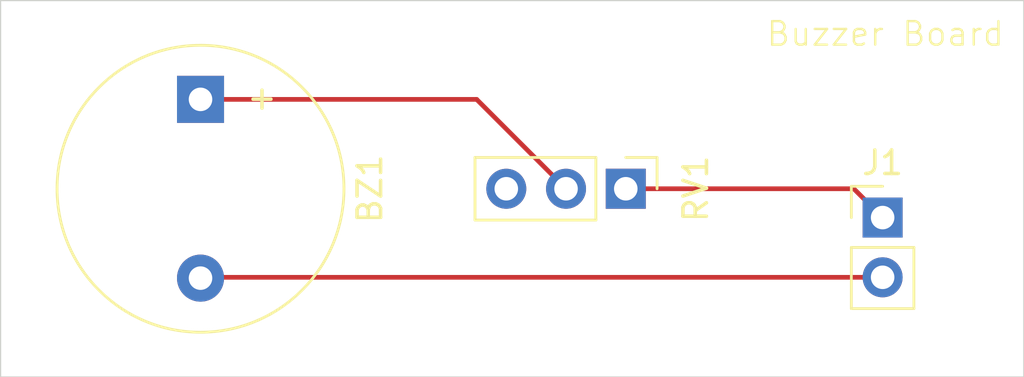
<source format=kicad_pcb>
(kicad_pcb (version 20240108) (generator "pcbnew") (generator_version "8.0")
  (layers (0 "F.Cu" signal) (31 "B.Cu" signal) (34 "B.Paste" user) (35 "F.Paste" user) (36 "B.SilkS" user "B.Silkscreen") (37 "F.SilkS" user "F.Silkscreen") (38 "B.Mask" user) (39 "F.Mask" user) (44 "Edge.Cuts" user))
  (net 0 "")
  (net 1 "GND")
  (net 2 "Net-(BZ1-+)")
  (net 3 "+5V")
  (footprint "Connector_PinHeader_2.54mm:PinHeader_1x03_P2.54mm_Vertical" (layer "F.Cu") (at 170.58 83 -90)
    (property "Reference" "RV1" (at 0 -2.975 90) (layer "F.SilkS"))
    (property "Value" "R_Potentiometer")
    (fp_line (start -1.33 6.41) (end 1.33 6.41) (stroke (width 0.12)) (layer "F.SilkS"))
    (fp_line (start -1.33 1.27) (end -1.33 6.41) (stroke (width 0.12)) (layer "F.SilkS"))
    (fp_line (start -1.33 1.27) (end 1.33 1.27) (stroke (width 0.12)) (layer "F.SilkS"))
    (fp_line (start 1.33 1.27) (end 1.33 6.41) (stroke (width 0.12)) (layer "F.SilkS"))
    (fp_line (start -1.33 0) (end -1.33 -1.33) (stroke (width 0.12)) (layer "F.SilkS"))
    (fp_line (start -1.33 -1.33) (end 0 -1.33) (stroke (width 0.12)) (layer "F.SilkS"))
    (pad "1" thru_hole rect (at 0 0 270) (size 1.7 1.7) (drill 1) (layers "*.Cu" "*.Mask") (net 3 "+5V"))
    (pad "2" thru_hole oval (at 0 2.54 270) (size 1.7 1.7) (drill 1) (layers "*.Cu" "*.Mask") (net 2 "Net-(BZ1-+)"))
    (pad "3" thru_hole oval (at 0 5.08 270) (size 1.7 1.7) (drill 1) (layers "*.Cu" "*.Mask"))
  )
  (footprint "Connector_PinHeader_2.54mm:PinHeader_1x02_P2.54mm_Vertical" (layer "F.Cu") (at 181.5 84.225)
    (property "Reference" "J1" (at 0 -2.33 0) (layer "F.SilkS"))
    (property "Value" "Conn_01x02")
    (fp_line (start -1.33 -1.33) (end 0 -1.33) (stroke (width 0.12)) (layer "F.SilkS"))
    (fp_line (start -1.33 0) (end -1.33 -1.33) (stroke (width 0.12)) (layer "F.SilkS"))
    (fp_line (start -1.33 1.27) (end -1.33 3.87) (stroke (width 0.12)) (layer "F.SilkS"))
    (fp_line (start -1.33 1.27) (end 1.33 1.27) (stroke (width 0.12)) (layer "F.SilkS"))
    (fp_line (start -1.33 3.87) (end 1.33 3.87) (stroke (width 0.12)) (layer "F.SilkS"))
    (fp_line (start 1.33 1.27) (end 1.33 3.87) (stroke (width 0.12)) (layer "F.SilkS"))
    (pad "1" thru_hole rect (at 0 0) (size 1.7 1.7) (drill 1) (layers "*.Cu" "*.Mask") (net 3 "+5V"))
    (pad "2" thru_hole oval (at 0 2.54) (size 1.7 1.7) (drill 1) (layers "*.Cu" "*.Mask") (net 1 "GND"))
  )
  (footprint "Buzzer_Beeper:Buzzer_12x9.5RM7.6" (layer "F.Cu") (at 152.5 79.2 -90)
    (property "Reference" "BZ1" (at 3.8 -7.2 90) (layer "F.SilkS"))
    (property "Value" "Buzzer")
    (fp_circle (center 3.8 0) (end 9.9 0) (stroke (width 0.12)) (fill none) (layer "F.SilkS"))
    (fp_text user "+" (at -0.01 -2.54 90) (layer "F.SilkS"))
    (pad "1" thru_hole rect (at 0 0 270) (size 2 2) (drill 1) (layers "*.Cu" "*.Mask") (net 2 "Net-(BZ1-+)"))
    (pad "2" thru_hole circle (at 7.6 0 270) (size 2 2) (drill 1) (layers "*.Cu" "*.Mask") (net 1 "GND"))
  )
  (gr_poly (pts (xy 144 75) (xy 187.5 75) (xy 187.5 91) (xy 144 91)) (stroke (width 0.05)) (fill none) (layer "Edge.Cuts"))
  (gr_text "Buzzer Board" (at 176.5 77 0) (layer "F.SilkS") (effects (font (size 1 1) (thickness 0.1)) (justify left bottom)))
  (segment (start 152.535 86.765) (end 152.5 86.8) (width 0.2) (layer "F.Cu") (net 1))
  (segment (start 181.5 86.765) (end 152.535 86.765) (width 0.2) (layer "F.Cu") (net 1))
  (segment (start 152.5 79.2) (end 164.24 79.2) (width 0.2) (layer "F.Cu") (net 2))
  (segment (start 164.24 79.2) (end 168.04 83) (width 0.2) (layer "F.Cu") (net 2))
  (segment (start 170.58 83) (end 180.275 83) (width 0.2) (layer "F.Cu") (net 3))
  (segment (start 180.275 83) (end 181.5 84.225) (width 0.2) (layer "F.Cu") (net 3))
)
</source>
